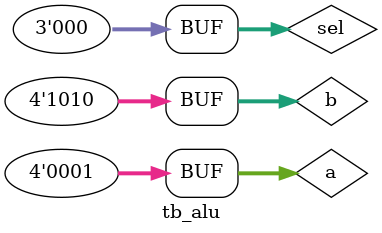
<source format=v>
module tb_alu;
reg [3:0]a,b;
reg [2:0]sel;
wire [3:0]out;
wire carry;
alu uut(
.a(a),
.b(b),
.sel(sel),
.out(out),
.carry(carry));
initial begin
$dumpfile("alu.vcd");
$dumpvars(0,tb_alu);
$monitor("Time=%0t,a=%b,b=%b,sel=%b,out=%b,carry=%b",$time,a,b,sel,out,carry);
	a=4'b0001;b=4'b1010;sel=3'b000;
repeat(8) begin
    #10;
    sel= sel+1;


end
$display("simulation finished");
end
endmodule


</source>
